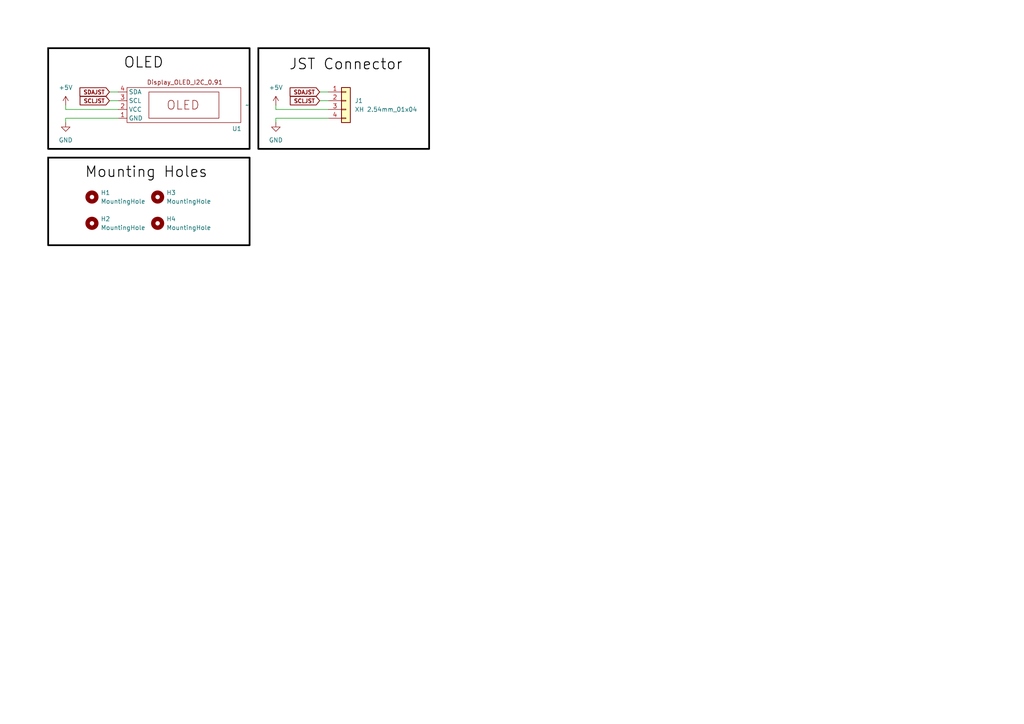
<source format=kicad_sch>
(kicad_sch (version 20231120) (generator "eeschema") (generator_version "8.0")
  (paper "A4")
  (lib_symbols
    (symbol "Connector_Generic:Conn_01x04" (pin_names (offset 1.016) hide)
      (property "Reference" "J" (at 0 5.08 0))
      (property "Value" "Conn_01x04" (at 0 -7.62 0))
      (symbol "Conn_01x04_1_1"
        (rectangle (start -1.27 -4.953) (end 0 -5.207) (stroke (width 0.1524)))
        (rectangle (start -1.27 -2.413) (end 0 -2.667) (stroke (width 0.1524)))
        (rectangle (start -1.27 0.127) (end 0 -0.127) (stroke (width 0.1524)))
        (rectangle (start -1.27 2.667) (end 0 2.413) (stroke (width 0.1524)))
        (rectangle (start -1.27 3.81) (end 1.27 -6.35) (stroke (width 0.254)) (fill (type background)))
        (pin passive line (at -5.08 2.54 0) (length 3.81) (name "Pin_1") (number "1"))
        (pin passive line (at -5.08 0 0) (length 3.81) (name "Pin_2") (number "2"))
        (pin passive line (at -5.08 -2.54 0) (length 3.81) (name "Pin_3") (number "3"))
        (pin passive line (at -5.08 -5.08 0) (length 3.81) (name "Pin_4") (number "4"))
      )
    )
    (symbol "Mechanical:MountingHole" (pin_names (offset 1.016))
      (property "Reference" "H" (at 0 5.08 0))
      (property "Value" "MountingHole" (at 0 3.175 0))
      (symbol "MountingHole_0_1"
        (circle (center 0 0) (radius 1.27) (stroke (width 1.27)))
      )
    )
    (symbol "OLEDModule:SSD1306-0.91-OLED-4pin-128x32"
      (property "Reference" "U" (at 32.512 -12.192 0))
      (symbol "SSD1306-0.91-OLED-4pin-128x32_1_1"
        (rectangle (start 0 0) (end 33.02 -10.16))
        (rectangle (start 6.35 -1.27) (end 26.67 -8.89))
        (text "Display_OLED_I2C_0.91" (at 16.764 1.524 0) (effects (font (size 1.27 1.27))))
        (text "OLED" (at 16.256 -5.08 0) (effects (font (size 2.54 2.54))))
        (pin power_in line (at -2.54 -8.89 0) (length 2.54) (name "GND") (number "1"))
        (pin power_in line (at -2.54 -6.35 0) (length 2.54) (name "VCC") (number "2"))
        (pin bidirectional line (at -2.54 -3.81 0) (length 2.54) (name "SCL") (number "3"))
        (pin bidirectional line (at -2.54 -1.27 0) (length 2.54) (name "SDA") (number "4"))
      )
    )
    (symbol "power:+5V" (power) (pin_numbers hide) (pin_names (offset 0) hide)
      (property "Value" "+5V" (at 0 3.556 0))
      (symbol "+5V_0_1"
        (polyline (pts (xy -0.762 1.27) (xy 0 2.54)))
        (polyline (pts (xy 0 0) (xy 0 2.54)))
        (polyline (pts (xy 0 2.54) (xy 0.762 1.27)))
      )
      (symbol "+5V_1_1"
        (pin power_in line (at 0 0 90) (length 0) (name "~") (number "1"))
      )
    )
    (symbol "power:GND" (power) (pin_numbers hide) (pin_names (offset 0) hide)
      (property "Value" "GND" (at 0 -3.81 0))
      (symbol "GND_0_1"
        (polyline (pts (xy 0 0) (xy 0 -1.27) (xy 1.27 -1.27) (xy 0 -2.54) (xy -1.27 -1.27) (xy 0 -1.27)))
      )
      (symbol "GND_1_1"
        (pin power_in line (at 0 0 270) (length 0) (name "~") (number "1"))
      )
    )
  )
  (wire (pts (xy 80.01 34.29) (xy 95.25 34.29)))
  (wire (pts (xy 19.05 31.75) (xy 34.29 31.75)))
  (wire (pts (xy 80.01 34.29) (xy 80.01 35.56)))
  (wire (pts (xy 92.71 26.67) (xy 95.25 26.67)))
  (wire (pts (xy 31.75 29.21) (xy 34.29 29.21)))
  (wire (pts (xy 80.01 31.75) (xy 80.01 30.48)))
  (wire (pts (xy 31.75 26.67) (xy 34.29 26.67)))
  (wire (pts (xy 92.71 29.21) (xy 95.25 29.21)))
  (wire (pts (xy 19.05 31.75) (xy 19.05 30.48)))
  (wire (pts (xy 19.05 35.56) (xy 19.05 34.29)))
  (wire (pts (xy 19.05 34.29) (xy 34.29 34.29)))
  (wire (pts (xy 80.01 31.75) (xy 95.25 31.75)))
  (rectangle (start 13.97 45.72) (end 72.39 71.12) (stroke (width 0.508) (color 0 0 0 1)))
  (rectangle (start 13.97 13.97) (end 72.39 43.18) (stroke (width 0.508) (color 0 0 0 1)))
  (rectangle (start 74.93 13.97) (end 124.46 43.18) (stroke (width 0.508) (color 0 0 0 1)))
  (text "OLED" (at 41.656 18.288 0) (effects (font (size 3.048 3.048) (thickness 0.254) (bold yes))))
  (text "JST Connector" (at 100.33 18.796 0) (effects (font (size 3.048 3.048) (thickness 0.254) (bold yes))))
  (text "Mounting Holes" (at 42.418 50.038 0) (effects (font (size 3.048 3.048) (thickness 0.254) (bold yes))))
  (global_label "SCLJST" (shape input) (at 92.71 29.21 180) (effects (font (size 1.143 1.143) (bold yes))) (property "Intersheetrefs" "${INTERSHEET_REFS}" (effects (hide yes))))
  (global_label "SDAJST" (shape input) (at 31.75 26.67 180) (effects (font (size 1.143 1.143) (bold yes))) (property "Intersheetrefs" "${INTERSHEET_REFS}" (effects (hide yes))))
  (global_label "SDAJST" (shape input) (at 92.71 26.67 180) (effects (font (size 1.143 1.143) (bold yes))) (property "Intersheetrefs" "${INTERSHEET_REFS}" (effects (hide yes))))
  (global_label "SCLJST" (shape input) (at 31.75 29.21 180) (effects (font (size 1.143 1.143) (bold yes))) (property "Intersheetrefs" "${INTERSHEET_REFS}" (effects (hide yes))))
  (symbol (lib_id "Mechanical:MountingHole") (at 45.72 57.15 0) (unit 1)
    (property "Reference" "H3" (at 48.26 55.8799 0) (effects (justify left)))
    (property "Value" "MountingHole" (at 48.26 58.4199 0) (effects (justify left)))
    (property "Footprint" "MountingHole:MountingHole_3.2mm_M3_Pad" (effects (hide yes)))
    (property "Description" "Mounting Hole without connection" (effects (hide yes)))
  )
  (symbol (lib_id "power:GND") (at 80.01 35.56 0) (unit 1)
    (property "Reference" "#PWR04" (effects (hide yes)))
    (property "Value" "GND" (at 80.01 40.64 0))
    (property "Description" "Power symbol creates a global label with name \"GND\" , ground" (effects (hide yes)))
  )
  (symbol (lib_id "power:+5V") (at 80.01 30.48 0) (unit 1)
    (property "Reference" "#PWR03" (effects (hide yes)))
    (property "Value" "+5V" (at 80.01 25.4 0))
    (property "Description" "Power symbol creates a global label with name \"+5V\"" (effects (hide yes)))
  )
  (symbol (lib_id "Connector_Generic:Conn_01x04") (at 100.33 29.21 0) (unit 1)
    (property "Reference" "J1" (at 102.87 29.2099 0) (effects (justify left)))
    (property "Value" "XH 2.54mm_01x04" (at 102.87 31.7499 0) (effects (justify left)))
    (property "Footprint" "OLEDModuleLibrary:JST_XH_2.54_01x04_Vertical" (effects (hide yes)))
    (property "Description" "Generic connector, single row, 01x04, script generated (kicad-library-utils/schlib/autogen/connector/)" (effects (hide yes)))
  )
  (symbol (lib_id "power:+5V") (at 19.05 30.48 0) (unit 1)
    (property "Reference" "#PWR01" (effects (hide yes)))
    (property "Value" "+5V" (at 19.05 25.4 0))
    (property "Description" "Power symbol creates a global label with name \"+5V\"" (effects (hide yes)))
  )
  (symbol (lib_id "Mechanical:MountingHole") (at 26.67 64.77 0) (unit 1)
    (property "Reference" "H2" (at 29.21 63.4999 0) (effects (justify left)))
    (property "Value" "MountingHole" (at 29.21 66.0399 0) (effects (justify left)))
    (property "Footprint" "MountingHole:MountingHole_3.2mm_M3_Pad" (effects (hide yes)))
    (property "Description" "Mounting Hole without connection" (effects (hide yes)))
  )
  (symbol (lib_id "Mechanical:MountingHole") (at 26.67 57.15 0) (unit 1)
    (property "Reference" "H1" (at 29.21 55.8799 0) (effects (justify left)))
    (property "Value" "MountingHole" (at 29.21 58.4199 0) (effects (justify left)))
    (property "Footprint" "MountingHole:MountingHole_3.2mm_M3_Pad" (effects (hide yes)))
    (property "Description" "Mounting Hole without connection" (effects (hide yes)))
  )
  (symbol (lib_id "OLEDModule:SSD1306-0.91-OLED-4pin-128x32") (at 36.83 25.4 0) (unit 1)
    (property "Reference" "U1" (at 67.31 37.338 0) (effects (justify left)))
    (property "Value" "~" (at 71.12 30.4772 0) (effects (justify left)))
    (property "Footprint" "OLEDModuleLibrary:SSD1306-OLED-4pin-128x32" (effects (hide yes)))
  )
  (symbol (lib_id "Mechanical:MountingHole") (at 45.72 64.77 0) (unit 1)
    (property "Reference" "H4" (at 48.26 63.4999 0) (effects (justify left)))
    (property "Value" "MountingHole" (at 48.26 66.0399 0) (effects (justify left)))
    (property "Footprint" "MountingHole:MountingHole_3.2mm_M3_Pad" (effects (hide yes)))
    (property "Description" "Mounting Hole without connection" (effects (hide yes)))
  )
  (symbol (lib_id "power:GND") (at 19.05 35.56 0) (unit 1)
    (property "Reference" "#PWR02" (effects (hide yes)))
    (property "Value" "GND" (at 19.05 40.64 0))
    (property "Description" "Power symbol creates a global label with name \"GND\" , ground" (effects (hide yes)))
  )
)
</source>
